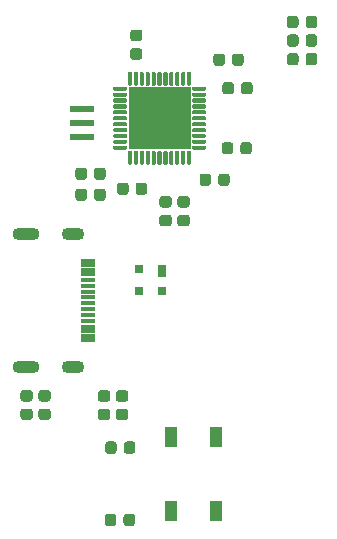
<source format=gbr>
%TF.GenerationSoftware,KiCad,Pcbnew,(5.1.6)-1*%
%TF.CreationDate,2020-05-31T03:06:52+03:00*%
%TF.ProjectId,Project,50726f6a-6563-4742-9e6b-696361645f70,rev?*%
%TF.SameCoordinates,Original*%
%TF.FileFunction,Soldermask,Bot*%
%TF.FilePolarity,Negative*%
%FSLAX46Y46*%
G04 Gerber Fmt 4.6, Leading zero omitted, Abs format (unit mm)*
G04 Created by KiCad (PCBNEW (5.1.6)-1) date 2020-05-31 03:06:52*
%MOMM*%
%LPD*%
G01*
G04 APERTURE LIST*
%ADD10R,5.300000X5.300000*%
%ADD11R,1.100000X1.800000*%
%ADD12R,0.800000X1.100000*%
%ADD13R,0.800000X0.700000*%
%ADD14R,1.250000X0.700000*%
%ADD15R,1.250000X0.400000*%
%ADD16O,1.900000X1.100000*%
%ADD17O,2.300000X1.100000*%
%ADD18R,2.100000X0.500000*%
G04 APERTURE END LIST*
%TO.C,C11*%
G36*
G01*
X72420200Y-107516350D02*
X72420200Y-108078850D01*
G75*
G02*
X72176450Y-108322600I-243750J0D01*
G01*
X71688950Y-108322600D01*
G75*
G02*
X71445200Y-108078850I0J243750D01*
G01*
X71445200Y-107516350D01*
G75*
G02*
X71688950Y-107272600I243750J0D01*
G01*
X72176450Y-107272600D01*
G75*
G02*
X72420200Y-107516350I0J-243750D01*
G01*
G37*
G36*
G01*
X73995200Y-107516350D02*
X73995200Y-108078850D01*
G75*
G02*
X73751450Y-108322600I-243750J0D01*
G01*
X73263950Y-108322600D01*
G75*
G02*
X73020200Y-108078850I0J243750D01*
G01*
X73020200Y-107516350D01*
G75*
G02*
X73263950Y-107272600I243750J0D01*
G01*
X73751450Y-107272600D01*
G75*
G02*
X73995200Y-107516350I0J-243750D01*
G01*
G37*
%TD*%
%TO.C,C10*%
G36*
G01*
X74020600Y-101394950D02*
X74020600Y-101957450D01*
G75*
G02*
X73776850Y-102201200I-243750J0D01*
G01*
X73289350Y-102201200D01*
G75*
G02*
X73045600Y-101957450I0J243750D01*
G01*
X73045600Y-101394950D01*
G75*
G02*
X73289350Y-101151200I243750J0D01*
G01*
X73776850Y-101151200D01*
G75*
G02*
X74020600Y-101394950I0J-243750D01*
G01*
G37*
G36*
G01*
X72445600Y-101394950D02*
X72445600Y-101957450D01*
G75*
G02*
X72201850Y-102201200I-243750J0D01*
G01*
X71714350Y-102201200D01*
G75*
G02*
X71470600Y-101957450I0J243750D01*
G01*
X71470600Y-101394950D01*
G75*
G02*
X71714350Y-101151200I243750J0D01*
G01*
X72201850Y-101151200D01*
G75*
G02*
X72445600Y-101394950I0J-243750D01*
G01*
G37*
%TD*%
D10*
%TO.C,U2*%
X76073000Y-73787000D03*
G36*
G01*
X79910500Y-76462000D02*
X78910500Y-76462000D01*
G75*
G02*
X78823000Y-76374500I0J87500D01*
G01*
X78823000Y-76199500D01*
G75*
G02*
X78910500Y-76112000I87500J0D01*
G01*
X79910500Y-76112000D01*
G75*
G02*
X79998000Y-76199500I0J-87500D01*
G01*
X79998000Y-76374500D01*
G75*
G02*
X79910500Y-76462000I-87500J0D01*
G01*
G37*
G36*
G01*
X79910500Y-75962000D02*
X78910500Y-75962000D01*
G75*
G02*
X78823000Y-75874500I0J87500D01*
G01*
X78823000Y-75699500D01*
G75*
G02*
X78910500Y-75612000I87500J0D01*
G01*
X79910500Y-75612000D01*
G75*
G02*
X79998000Y-75699500I0J-87500D01*
G01*
X79998000Y-75874500D01*
G75*
G02*
X79910500Y-75962000I-87500J0D01*
G01*
G37*
G36*
G01*
X79910500Y-75462000D02*
X78910500Y-75462000D01*
G75*
G02*
X78823000Y-75374500I0J87500D01*
G01*
X78823000Y-75199500D01*
G75*
G02*
X78910500Y-75112000I87500J0D01*
G01*
X79910500Y-75112000D01*
G75*
G02*
X79998000Y-75199500I0J-87500D01*
G01*
X79998000Y-75374500D01*
G75*
G02*
X79910500Y-75462000I-87500J0D01*
G01*
G37*
G36*
G01*
X79910500Y-74962000D02*
X78910500Y-74962000D01*
G75*
G02*
X78823000Y-74874500I0J87500D01*
G01*
X78823000Y-74699500D01*
G75*
G02*
X78910500Y-74612000I87500J0D01*
G01*
X79910500Y-74612000D01*
G75*
G02*
X79998000Y-74699500I0J-87500D01*
G01*
X79998000Y-74874500D01*
G75*
G02*
X79910500Y-74962000I-87500J0D01*
G01*
G37*
G36*
G01*
X79910500Y-74462000D02*
X78910500Y-74462000D01*
G75*
G02*
X78823000Y-74374500I0J87500D01*
G01*
X78823000Y-74199500D01*
G75*
G02*
X78910500Y-74112000I87500J0D01*
G01*
X79910500Y-74112000D01*
G75*
G02*
X79998000Y-74199500I0J-87500D01*
G01*
X79998000Y-74374500D01*
G75*
G02*
X79910500Y-74462000I-87500J0D01*
G01*
G37*
G36*
G01*
X79910500Y-73962000D02*
X78910500Y-73962000D01*
G75*
G02*
X78823000Y-73874500I0J87500D01*
G01*
X78823000Y-73699500D01*
G75*
G02*
X78910500Y-73612000I87500J0D01*
G01*
X79910500Y-73612000D01*
G75*
G02*
X79998000Y-73699500I0J-87500D01*
G01*
X79998000Y-73874500D01*
G75*
G02*
X79910500Y-73962000I-87500J0D01*
G01*
G37*
G36*
G01*
X79910500Y-73462000D02*
X78910500Y-73462000D01*
G75*
G02*
X78823000Y-73374500I0J87500D01*
G01*
X78823000Y-73199500D01*
G75*
G02*
X78910500Y-73112000I87500J0D01*
G01*
X79910500Y-73112000D01*
G75*
G02*
X79998000Y-73199500I0J-87500D01*
G01*
X79998000Y-73374500D01*
G75*
G02*
X79910500Y-73462000I-87500J0D01*
G01*
G37*
G36*
G01*
X79910500Y-72962000D02*
X78910500Y-72962000D01*
G75*
G02*
X78823000Y-72874500I0J87500D01*
G01*
X78823000Y-72699500D01*
G75*
G02*
X78910500Y-72612000I87500J0D01*
G01*
X79910500Y-72612000D01*
G75*
G02*
X79998000Y-72699500I0J-87500D01*
G01*
X79998000Y-72874500D01*
G75*
G02*
X79910500Y-72962000I-87500J0D01*
G01*
G37*
G36*
G01*
X79910500Y-72462000D02*
X78910500Y-72462000D01*
G75*
G02*
X78823000Y-72374500I0J87500D01*
G01*
X78823000Y-72199500D01*
G75*
G02*
X78910500Y-72112000I87500J0D01*
G01*
X79910500Y-72112000D01*
G75*
G02*
X79998000Y-72199500I0J-87500D01*
G01*
X79998000Y-72374500D01*
G75*
G02*
X79910500Y-72462000I-87500J0D01*
G01*
G37*
G36*
G01*
X79910500Y-71962000D02*
X78910500Y-71962000D01*
G75*
G02*
X78823000Y-71874500I0J87500D01*
G01*
X78823000Y-71699500D01*
G75*
G02*
X78910500Y-71612000I87500J0D01*
G01*
X79910500Y-71612000D01*
G75*
G02*
X79998000Y-71699500I0J-87500D01*
G01*
X79998000Y-71874500D01*
G75*
G02*
X79910500Y-71962000I-87500J0D01*
G01*
G37*
G36*
G01*
X79910500Y-71462000D02*
X78910500Y-71462000D01*
G75*
G02*
X78823000Y-71374500I0J87500D01*
G01*
X78823000Y-71199500D01*
G75*
G02*
X78910500Y-71112000I87500J0D01*
G01*
X79910500Y-71112000D01*
G75*
G02*
X79998000Y-71199500I0J-87500D01*
G01*
X79998000Y-71374500D01*
G75*
G02*
X79910500Y-71462000I-87500J0D01*
G01*
G37*
G36*
G01*
X78660500Y-71037000D02*
X78485500Y-71037000D01*
G75*
G02*
X78398000Y-70949500I0J87500D01*
G01*
X78398000Y-69949500D01*
G75*
G02*
X78485500Y-69862000I87500J0D01*
G01*
X78660500Y-69862000D01*
G75*
G02*
X78748000Y-69949500I0J-87500D01*
G01*
X78748000Y-70949500D01*
G75*
G02*
X78660500Y-71037000I-87500J0D01*
G01*
G37*
G36*
G01*
X78160500Y-71037000D02*
X77985500Y-71037000D01*
G75*
G02*
X77898000Y-70949500I0J87500D01*
G01*
X77898000Y-69949500D01*
G75*
G02*
X77985500Y-69862000I87500J0D01*
G01*
X78160500Y-69862000D01*
G75*
G02*
X78248000Y-69949500I0J-87500D01*
G01*
X78248000Y-70949500D01*
G75*
G02*
X78160500Y-71037000I-87500J0D01*
G01*
G37*
G36*
G01*
X77660500Y-71037000D02*
X77485500Y-71037000D01*
G75*
G02*
X77398000Y-70949500I0J87500D01*
G01*
X77398000Y-69949500D01*
G75*
G02*
X77485500Y-69862000I87500J0D01*
G01*
X77660500Y-69862000D01*
G75*
G02*
X77748000Y-69949500I0J-87500D01*
G01*
X77748000Y-70949500D01*
G75*
G02*
X77660500Y-71037000I-87500J0D01*
G01*
G37*
G36*
G01*
X77160500Y-71037000D02*
X76985500Y-71037000D01*
G75*
G02*
X76898000Y-70949500I0J87500D01*
G01*
X76898000Y-69949500D01*
G75*
G02*
X76985500Y-69862000I87500J0D01*
G01*
X77160500Y-69862000D01*
G75*
G02*
X77248000Y-69949500I0J-87500D01*
G01*
X77248000Y-70949500D01*
G75*
G02*
X77160500Y-71037000I-87500J0D01*
G01*
G37*
G36*
G01*
X76660500Y-71037000D02*
X76485500Y-71037000D01*
G75*
G02*
X76398000Y-70949500I0J87500D01*
G01*
X76398000Y-69949500D01*
G75*
G02*
X76485500Y-69862000I87500J0D01*
G01*
X76660500Y-69862000D01*
G75*
G02*
X76748000Y-69949500I0J-87500D01*
G01*
X76748000Y-70949500D01*
G75*
G02*
X76660500Y-71037000I-87500J0D01*
G01*
G37*
G36*
G01*
X76160500Y-71037000D02*
X75985500Y-71037000D01*
G75*
G02*
X75898000Y-70949500I0J87500D01*
G01*
X75898000Y-69949500D01*
G75*
G02*
X75985500Y-69862000I87500J0D01*
G01*
X76160500Y-69862000D01*
G75*
G02*
X76248000Y-69949500I0J-87500D01*
G01*
X76248000Y-70949500D01*
G75*
G02*
X76160500Y-71037000I-87500J0D01*
G01*
G37*
G36*
G01*
X75660500Y-71037000D02*
X75485500Y-71037000D01*
G75*
G02*
X75398000Y-70949500I0J87500D01*
G01*
X75398000Y-69949500D01*
G75*
G02*
X75485500Y-69862000I87500J0D01*
G01*
X75660500Y-69862000D01*
G75*
G02*
X75748000Y-69949500I0J-87500D01*
G01*
X75748000Y-70949500D01*
G75*
G02*
X75660500Y-71037000I-87500J0D01*
G01*
G37*
G36*
G01*
X75160500Y-71037000D02*
X74985500Y-71037000D01*
G75*
G02*
X74898000Y-70949500I0J87500D01*
G01*
X74898000Y-69949500D01*
G75*
G02*
X74985500Y-69862000I87500J0D01*
G01*
X75160500Y-69862000D01*
G75*
G02*
X75248000Y-69949500I0J-87500D01*
G01*
X75248000Y-70949500D01*
G75*
G02*
X75160500Y-71037000I-87500J0D01*
G01*
G37*
G36*
G01*
X74660500Y-71037000D02*
X74485500Y-71037000D01*
G75*
G02*
X74398000Y-70949500I0J87500D01*
G01*
X74398000Y-69949500D01*
G75*
G02*
X74485500Y-69862000I87500J0D01*
G01*
X74660500Y-69862000D01*
G75*
G02*
X74748000Y-69949500I0J-87500D01*
G01*
X74748000Y-70949500D01*
G75*
G02*
X74660500Y-71037000I-87500J0D01*
G01*
G37*
G36*
G01*
X74160500Y-71037000D02*
X73985500Y-71037000D01*
G75*
G02*
X73898000Y-70949500I0J87500D01*
G01*
X73898000Y-69949500D01*
G75*
G02*
X73985500Y-69862000I87500J0D01*
G01*
X74160500Y-69862000D01*
G75*
G02*
X74248000Y-69949500I0J-87500D01*
G01*
X74248000Y-70949500D01*
G75*
G02*
X74160500Y-71037000I-87500J0D01*
G01*
G37*
G36*
G01*
X73660500Y-71037000D02*
X73485500Y-71037000D01*
G75*
G02*
X73398000Y-70949500I0J87500D01*
G01*
X73398000Y-69949500D01*
G75*
G02*
X73485500Y-69862000I87500J0D01*
G01*
X73660500Y-69862000D01*
G75*
G02*
X73748000Y-69949500I0J-87500D01*
G01*
X73748000Y-70949500D01*
G75*
G02*
X73660500Y-71037000I-87500J0D01*
G01*
G37*
G36*
G01*
X73235500Y-71462000D02*
X72235500Y-71462000D01*
G75*
G02*
X72148000Y-71374500I0J87500D01*
G01*
X72148000Y-71199500D01*
G75*
G02*
X72235500Y-71112000I87500J0D01*
G01*
X73235500Y-71112000D01*
G75*
G02*
X73323000Y-71199500I0J-87500D01*
G01*
X73323000Y-71374500D01*
G75*
G02*
X73235500Y-71462000I-87500J0D01*
G01*
G37*
G36*
G01*
X73235500Y-71962000D02*
X72235500Y-71962000D01*
G75*
G02*
X72148000Y-71874500I0J87500D01*
G01*
X72148000Y-71699500D01*
G75*
G02*
X72235500Y-71612000I87500J0D01*
G01*
X73235500Y-71612000D01*
G75*
G02*
X73323000Y-71699500I0J-87500D01*
G01*
X73323000Y-71874500D01*
G75*
G02*
X73235500Y-71962000I-87500J0D01*
G01*
G37*
G36*
G01*
X73235500Y-72462000D02*
X72235500Y-72462000D01*
G75*
G02*
X72148000Y-72374500I0J87500D01*
G01*
X72148000Y-72199500D01*
G75*
G02*
X72235500Y-72112000I87500J0D01*
G01*
X73235500Y-72112000D01*
G75*
G02*
X73323000Y-72199500I0J-87500D01*
G01*
X73323000Y-72374500D01*
G75*
G02*
X73235500Y-72462000I-87500J0D01*
G01*
G37*
G36*
G01*
X73235500Y-72962000D02*
X72235500Y-72962000D01*
G75*
G02*
X72148000Y-72874500I0J87500D01*
G01*
X72148000Y-72699500D01*
G75*
G02*
X72235500Y-72612000I87500J0D01*
G01*
X73235500Y-72612000D01*
G75*
G02*
X73323000Y-72699500I0J-87500D01*
G01*
X73323000Y-72874500D01*
G75*
G02*
X73235500Y-72962000I-87500J0D01*
G01*
G37*
G36*
G01*
X73235500Y-73462000D02*
X72235500Y-73462000D01*
G75*
G02*
X72148000Y-73374500I0J87500D01*
G01*
X72148000Y-73199500D01*
G75*
G02*
X72235500Y-73112000I87500J0D01*
G01*
X73235500Y-73112000D01*
G75*
G02*
X73323000Y-73199500I0J-87500D01*
G01*
X73323000Y-73374500D01*
G75*
G02*
X73235500Y-73462000I-87500J0D01*
G01*
G37*
G36*
G01*
X73235500Y-73962000D02*
X72235500Y-73962000D01*
G75*
G02*
X72148000Y-73874500I0J87500D01*
G01*
X72148000Y-73699500D01*
G75*
G02*
X72235500Y-73612000I87500J0D01*
G01*
X73235500Y-73612000D01*
G75*
G02*
X73323000Y-73699500I0J-87500D01*
G01*
X73323000Y-73874500D01*
G75*
G02*
X73235500Y-73962000I-87500J0D01*
G01*
G37*
G36*
G01*
X73235500Y-74462000D02*
X72235500Y-74462000D01*
G75*
G02*
X72148000Y-74374500I0J87500D01*
G01*
X72148000Y-74199500D01*
G75*
G02*
X72235500Y-74112000I87500J0D01*
G01*
X73235500Y-74112000D01*
G75*
G02*
X73323000Y-74199500I0J-87500D01*
G01*
X73323000Y-74374500D01*
G75*
G02*
X73235500Y-74462000I-87500J0D01*
G01*
G37*
G36*
G01*
X73235500Y-74962000D02*
X72235500Y-74962000D01*
G75*
G02*
X72148000Y-74874500I0J87500D01*
G01*
X72148000Y-74699500D01*
G75*
G02*
X72235500Y-74612000I87500J0D01*
G01*
X73235500Y-74612000D01*
G75*
G02*
X73323000Y-74699500I0J-87500D01*
G01*
X73323000Y-74874500D01*
G75*
G02*
X73235500Y-74962000I-87500J0D01*
G01*
G37*
G36*
G01*
X73235500Y-75462000D02*
X72235500Y-75462000D01*
G75*
G02*
X72148000Y-75374500I0J87500D01*
G01*
X72148000Y-75199500D01*
G75*
G02*
X72235500Y-75112000I87500J0D01*
G01*
X73235500Y-75112000D01*
G75*
G02*
X73323000Y-75199500I0J-87500D01*
G01*
X73323000Y-75374500D01*
G75*
G02*
X73235500Y-75462000I-87500J0D01*
G01*
G37*
G36*
G01*
X73235500Y-75962000D02*
X72235500Y-75962000D01*
G75*
G02*
X72148000Y-75874500I0J87500D01*
G01*
X72148000Y-75699500D01*
G75*
G02*
X72235500Y-75612000I87500J0D01*
G01*
X73235500Y-75612000D01*
G75*
G02*
X73323000Y-75699500I0J-87500D01*
G01*
X73323000Y-75874500D01*
G75*
G02*
X73235500Y-75962000I-87500J0D01*
G01*
G37*
G36*
G01*
X73235500Y-76462000D02*
X72235500Y-76462000D01*
G75*
G02*
X72148000Y-76374500I0J87500D01*
G01*
X72148000Y-76199500D01*
G75*
G02*
X72235500Y-76112000I87500J0D01*
G01*
X73235500Y-76112000D01*
G75*
G02*
X73323000Y-76199500I0J-87500D01*
G01*
X73323000Y-76374500D01*
G75*
G02*
X73235500Y-76462000I-87500J0D01*
G01*
G37*
G36*
G01*
X73660500Y-77712000D02*
X73485500Y-77712000D01*
G75*
G02*
X73398000Y-77624500I0J87500D01*
G01*
X73398000Y-76624500D01*
G75*
G02*
X73485500Y-76537000I87500J0D01*
G01*
X73660500Y-76537000D01*
G75*
G02*
X73748000Y-76624500I0J-87500D01*
G01*
X73748000Y-77624500D01*
G75*
G02*
X73660500Y-77712000I-87500J0D01*
G01*
G37*
G36*
G01*
X74160500Y-77712000D02*
X73985500Y-77712000D01*
G75*
G02*
X73898000Y-77624500I0J87500D01*
G01*
X73898000Y-76624500D01*
G75*
G02*
X73985500Y-76537000I87500J0D01*
G01*
X74160500Y-76537000D01*
G75*
G02*
X74248000Y-76624500I0J-87500D01*
G01*
X74248000Y-77624500D01*
G75*
G02*
X74160500Y-77712000I-87500J0D01*
G01*
G37*
G36*
G01*
X74660500Y-77712000D02*
X74485500Y-77712000D01*
G75*
G02*
X74398000Y-77624500I0J87500D01*
G01*
X74398000Y-76624500D01*
G75*
G02*
X74485500Y-76537000I87500J0D01*
G01*
X74660500Y-76537000D01*
G75*
G02*
X74748000Y-76624500I0J-87500D01*
G01*
X74748000Y-77624500D01*
G75*
G02*
X74660500Y-77712000I-87500J0D01*
G01*
G37*
G36*
G01*
X75160500Y-77712000D02*
X74985500Y-77712000D01*
G75*
G02*
X74898000Y-77624500I0J87500D01*
G01*
X74898000Y-76624500D01*
G75*
G02*
X74985500Y-76537000I87500J0D01*
G01*
X75160500Y-76537000D01*
G75*
G02*
X75248000Y-76624500I0J-87500D01*
G01*
X75248000Y-77624500D01*
G75*
G02*
X75160500Y-77712000I-87500J0D01*
G01*
G37*
G36*
G01*
X75660500Y-77712000D02*
X75485500Y-77712000D01*
G75*
G02*
X75398000Y-77624500I0J87500D01*
G01*
X75398000Y-76624500D01*
G75*
G02*
X75485500Y-76537000I87500J0D01*
G01*
X75660500Y-76537000D01*
G75*
G02*
X75748000Y-76624500I0J-87500D01*
G01*
X75748000Y-77624500D01*
G75*
G02*
X75660500Y-77712000I-87500J0D01*
G01*
G37*
G36*
G01*
X76160500Y-77712000D02*
X75985500Y-77712000D01*
G75*
G02*
X75898000Y-77624500I0J87500D01*
G01*
X75898000Y-76624500D01*
G75*
G02*
X75985500Y-76537000I87500J0D01*
G01*
X76160500Y-76537000D01*
G75*
G02*
X76248000Y-76624500I0J-87500D01*
G01*
X76248000Y-77624500D01*
G75*
G02*
X76160500Y-77712000I-87500J0D01*
G01*
G37*
G36*
G01*
X76660500Y-77712000D02*
X76485500Y-77712000D01*
G75*
G02*
X76398000Y-77624500I0J87500D01*
G01*
X76398000Y-76624500D01*
G75*
G02*
X76485500Y-76537000I87500J0D01*
G01*
X76660500Y-76537000D01*
G75*
G02*
X76748000Y-76624500I0J-87500D01*
G01*
X76748000Y-77624500D01*
G75*
G02*
X76660500Y-77712000I-87500J0D01*
G01*
G37*
G36*
G01*
X77160500Y-77712000D02*
X76985500Y-77712000D01*
G75*
G02*
X76898000Y-77624500I0J87500D01*
G01*
X76898000Y-76624500D01*
G75*
G02*
X76985500Y-76537000I87500J0D01*
G01*
X77160500Y-76537000D01*
G75*
G02*
X77248000Y-76624500I0J-87500D01*
G01*
X77248000Y-77624500D01*
G75*
G02*
X77160500Y-77712000I-87500J0D01*
G01*
G37*
G36*
G01*
X77660500Y-77712000D02*
X77485500Y-77712000D01*
G75*
G02*
X77398000Y-77624500I0J87500D01*
G01*
X77398000Y-76624500D01*
G75*
G02*
X77485500Y-76537000I87500J0D01*
G01*
X77660500Y-76537000D01*
G75*
G02*
X77748000Y-76624500I0J-87500D01*
G01*
X77748000Y-77624500D01*
G75*
G02*
X77660500Y-77712000I-87500J0D01*
G01*
G37*
G36*
G01*
X78160500Y-77712000D02*
X77985500Y-77712000D01*
G75*
G02*
X77898000Y-77624500I0J87500D01*
G01*
X77898000Y-76624500D01*
G75*
G02*
X77985500Y-76537000I87500J0D01*
G01*
X78160500Y-76537000D01*
G75*
G02*
X78248000Y-76624500I0J-87500D01*
G01*
X78248000Y-77624500D01*
G75*
G02*
X78160500Y-77712000I-87500J0D01*
G01*
G37*
G36*
G01*
X78660500Y-77712000D02*
X78485500Y-77712000D01*
G75*
G02*
X78398000Y-77624500I0J87500D01*
G01*
X78398000Y-76624500D01*
G75*
G02*
X78485500Y-76537000I87500J0D01*
G01*
X78660500Y-76537000D01*
G75*
G02*
X78748000Y-76624500I0J-87500D01*
G01*
X78748000Y-77624500D01*
G75*
G02*
X78660500Y-77712000I-87500J0D01*
G01*
G37*
%TD*%
D11*
%TO.C,Reset*%
X80830500Y-107036000D03*
X80830500Y-100736000D03*
X77030500Y-107036000D03*
X77030500Y-100736000D03*
%TD*%
D12*
%TO.C,U1*%
X76311000Y-86753000D03*
D13*
X74311000Y-86553000D03*
X76311000Y-88453000D03*
X74311000Y-88453000D03*
%TD*%
D14*
%TO.C,USB1*%
X70044600Y-86011400D03*
X70044600Y-92411400D03*
X70044600Y-86811400D03*
X70044600Y-91611400D03*
D15*
X70044600Y-90961400D03*
X70044600Y-87461400D03*
X70044600Y-90461400D03*
X70044600Y-87961400D03*
X70044600Y-89961400D03*
X70044600Y-88461400D03*
X70044600Y-88961400D03*
X70044600Y-89461400D03*
D16*
X68744600Y-94831400D03*
X68744600Y-83591400D03*
D17*
X64744600Y-94831400D03*
X64744600Y-83591400D03*
%TD*%
D18*
%TO.C,X1*%
X69469000Y-74168000D03*
X69469000Y-72968000D03*
X69469000Y-75368000D03*
%TD*%
%TO.C,C1*%
G36*
G01*
X79459000Y-79275250D02*
X79459000Y-78712750D01*
G75*
G02*
X79702750Y-78469000I243750J0D01*
G01*
X80190250Y-78469000D01*
G75*
G02*
X80434000Y-78712750I0J-243750D01*
G01*
X80434000Y-79275250D01*
G75*
G02*
X80190250Y-79519000I-243750J0D01*
G01*
X79702750Y-79519000D01*
G75*
G02*
X79459000Y-79275250I0J243750D01*
G01*
G37*
G36*
G01*
X81034000Y-79275250D02*
X81034000Y-78712750D01*
G75*
G02*
X81277750Y-78469000I243750J0D01*
G01*
X81765250Y-78469000D01*
G75*
G02*
X82009000Y-78712750I0J-243750D01*
G01*
X82009000Y-79275250D01*
G75*
G02*
X81765250Y-79519000I-243750J0D01*
G01*
X81277750Y-79519000D01*
G75*
G02*
X81034000Y-79275250I0J243750D01*
G01*
G37*
%TD*%
%TO.C,C2*%
G36*
G01*
X81338500Y-76608250D02*
X81338500Y-76045750D01*
G75*
G02*
X81582250Y-75802000I243750J0D01*
G01*
X82069750Y-75802000D01*
G75*
G02*
X82313500Y-76045750I0J-243750D01*
G01*
X82313500Y-76608250D01*
G75*
G02*
X82069750Y-76852000I-243750J0D01*
G01*
X81582250Y-76852000D01*
G75*
G02*
X81338500Y-76608250I0J243750D01*
G01*
G37*
G36*
G01*
X82913500Y-76608250D02*
X82913500Y-76045750D01*
G75*
G02*
X83157250Y-75802000I243750J0D01*
G01*
X83644750Y-75802000D01*
G75*
G02*
X83888500Y-76045750I0J-243750D01*
G01*
X83888500Y-76608250D01*
G75*
G02*
X83644750Y-76852000I-243750J0D01*
G01*
X83157250Y-76852000D01*
G75*
G02*
X82913500Y-76608250I0J243750D01*
G01*
G37*
%TD*%
%TO.C,C3*%
G36*
G01*
X82977000Y-71528250D02*
X82977000Y-70965750D01*
G75*
G02*
X83220750Y-70722000I243750J0D01*
G01*
X83708250Y-70722000D01*
G75*
G02*
X83952000Y-70965750I0J-243750D01*
G01*
X83952000Y-71528250D01*
G75*
G02*
X83708250Y-71772000I-243750J0D01*
G01*
X83220750Y-71772000D01*
G75*
G02*
X82977000Y-71528250I0J243750D01*
G01*
G37*
G36*
G01*
X81402000Y-71528250D02*
X81402000Y-70965750D01*
G75*
G02*
X81645750Y-70722000I243750J0D01*
G01*
X82133250Y-70722000D01*
G75*
G02*
X82377000Y-70965750I0J-243750D01*
G01*
X82377000Y-71528250D01*
G75*
G02*
X82133250Y-71772000I-243750J0D01*
G01*
X81645750Y-71772000D01*
G75*
G02*
X81402000Y-71528250I0J243750D01*
G01*
G37*
%TD*%
%TO.C,C4*%
G36*
G01*
X74385750Y-68839000D02*
X73823250Y-68839000D01*
G75*
G02*
X73579500Y-68595250I0J243750D01*
G01*
X73579500Y-68107750D01*
G75*
G02*
X73823250Y-67864000I243750J0D01*
G01*
X74385750Y-67864000D01*
G75*
G02*
X74629500Y-68107750I0J-243750D01*
G01*
X74629500Y-68595250D01*
G75*
G02*
X74385750Y-68839000I-243750J0D01*
G01*
G37*
G36*
G01*
X74385750Y-67264000D02*
X73823250Y-67264000D01*
G75*
G02*
X73579500Y-67020250I0J243750D01*
G01*
X73579500Y-66532750D01*
G75*
G02*
X73823250Y-66289000I243750J0D01*
G01*
X74385750Y-66289000D01*
G75*
G02*
X74629500Y-66532750I0J-243750D01*
G01*
X74629500Y-67020250D01*
G75*
G02*
X74385750Y-67264000I-243750J0D01*
G01*
G37*
%TD*%
%TO.C,C5*%
G36*
G01*
X69931000Y-78204750D02*
X69931000Y-78767250D01*
G75*
G02*
X69687250Y-79011000I-243750J0D01*
G01*
X69199750Y-79011000D01*
G75*
G02*
X68956000Y-78767250I0J243750D01*
G01*
X68956000Y-78204750D01*
G75*
G02*
X69199750Y-77961000I243750J0D01*
G01*
X69687250Y-77961000D01*
G75*
G02*
X69931000Y-78204750I0J-243750D01*
G01*
G37*
G36*
G01*
X71506000Y-78204750D02*
X71506000Y-78767250D01*
G75*
G02*
X71262250Y-79011000I-243750J0D01*
G01*
X70774750Y-79011000D01*
G75*
G02*
X70531000Y-78767250I0J243750D01*
G01*
X70531000Y-78204750D01*
G75*
G02*
X70774750Y-77961000I243750J0D01*
G01*
X71262250Y-77961000D01*
G75*
G02*
X71506000Y-78204750I0J-243750D01*
G01*
G37*
%TD*%
%TO.C,C6*%
G36*
G01*
X73449000Y-79474750D02*
X73449000Y-80037250D01*
G75*
G02*
X73205250Y-80281000I-243750J0D01*
G01*
X72717750Y-80281000D01*
G75*
G02*
X72474000Y-80037250I0J243750D01*
G01*
X72474000Y-79474750D01*
G75*
G02*
X72717750Y-79231000I243750J0D01*
G01*
X73205250Y-79231000D01*
G75*
G02*
X73449000Y-79474750I0J-243750D01*
G01*
G37*
G36*
G01*
X75024000Y-79474750D02*
X75024000Y-80037250D01*
G75*
G02*
X74780250Y-80281000I-243750J0D01*
G01*
X74292750Y-80281000D01*
G75*
G02*
X74049000Y-80037250I0J243750D01*
G01*
X74049000Y-79474750D01*
G75*
G02*
X74292750Y-79231000I243750J0D01*
G01*
X74780250Y-79231000D01*
G75*
G02*
X75024000Y-79474750I0J-243750D01*
G01*
G37*
%TD*%
%TO.C,C12*%
G36*
G01*
X86863000Y-69064450D02*
X86863000Y-68501950D01*
G75*
G02*
X87106750Y-68258200I243750J0D01*
G01*
X87594250Y-68258200D01*
G75*
G02*
X87838000Y-68501950I0J-243750D01*
G01*
X87838000Y-69064450D01*
G75*
G02*
X87594250Y-69308200I-243750J0D01*
G01*
X87106750Y-69308200D01*
G75*
G02*
X86863000Y-69064450I0J243750D01*
G01*
G37*
G36*
G01*
X88438000Y-69064450D02*
X88438000Y-68501950D01*
G75*
G02*
X88681750Y-68258200I243750J0D01*
G01*
X89169250Y-68258200D01*
G75*
G02*
X89413000Y-68501950I0J-243750D01*
G01*
X89413000Y-69064450D01*
G75*
G02*
X89169250Y-69308200I-243750J0D01*
G01*
X88681750Y-69308200D01*
G75*
G02*
X88438000Y-69064450I0J243750D01*
G01*
G37*
%TD*%
%TO.C,R1*%
G36*
G01*
X71506000Y-79982750D02*
X71506000Y-80545250D01*
G75*
G02*
X71262250Y-80789000I-243750J0D01*
G01*
X70774750Y-80789000D01*
G75*
G02*
X70531000Y-80545250I0J243750D01*
G01*
X70531000Y-79982750D01*
G75*
G02*
X70774750Y-79739000I243750J0D01*
G01*
X71262250Y-79739000D01*
G75*
G02*
X71506000Y-79982750I0J-243750D01*
G01*
G37*
G36*
G01*
X69931000Y-79982750D02*
X69931000Y-80545250D01*
G75*
G02*
X69687250Y-80789000I-243750J0D01*
G01*
X69199750Y-80789000D01*
G75*
G02*
X68956000Y-80545250I0J243750D01*
G01*
X68956000Y-79982750D01*
G75*
G02*
X69199750Y-79739000I243750J0D01*
G01*
X69687250Y-79739000D01*
G75*
G02*
X69931000Y-79982750I0J-243750D01*
G01*
G37*
%TD*%
%TO.C,R2*%
G36*
G01*
X83190000Y-68552750D02*
X83190000Y-69115250D01*
G75*
G02*
X82946250Y-69359000I-243750J0D01*
G01*
X82458750Y-69359000D01*
G75*
G02*
X82215000Y-69115250I0J243750D01*
G01*
X82215000Y-68552750D01*
G75*
G02*
X82458750Y-68309000I243750J0D01*
G01*
X82946250Y-68309000D01*
G75*
G02*
X83190000Y-68552750I0J-243750D01*
G01*
G37*
G36*
G01*
X81615000Y-68552750D02*
X81615000Y-69115250D01*
G75*
G02*
X81371250Y-69359000I-243750J0D01*
G01*
X80883750Y-69359000D01*
G75*
G02*
X80640000Y-69115250I0J243750D01*
G01*
X80640000Y-68552750D01*
G75*
G02*
X80883750Y-68309000I243750J0D01*
G01*
X81371250Y-68309000D01*
G75*
G02*
X81615000Y-68552750I0J-243750D01*
G01*
G37*
%TD*%
%TO.C,R3*%
G36*
G01*
X89413000Y-66927150D02*
X89413000Y-67489650D01*
G75*
G02*
X89169250Y-67733400I-243750J0D01*
G01*
X88681750Y-67733400D01*
G75*
G02*
X88438000Y-67489650I0J243750D01*
G01*
X88438000Y-66927150D01*
G75*
G02*
X88681750Y-66683400I243750J0D01*
G01*
X89169250Y-66683400D01*
G75*
G02*
X89413000Y-66927150I0J-243750D01*
G01*
G37*
G36*
G01*
X87838000Y-66927150D02*
X87838000Y-67489650D01*
G75*
G02*
X87594250Y-67733400I-243750J0D01*
G01*
X87106750Y-67733400D01*
G75*
G02*
X86863000Y-67489650I0J243750D01*
G01*
X86863000Y-66927150D01*
G75*
G02*
X87106750Y-66683400I243750J0D01*
G01*
X87594250Y-66683400D01*
G75*
G02*
X87838000Y-66927150I0J-243750D01*
G01*
G37*
%TD*%
%TO.C,R4*%
G36*
G01*
X87838000Y-65352350D02*
X87838000Y-65914850D01*
G75*
G02*
X87594250Y-66158600I-243750J0D01*
G01*
X87106750Y-66158600D01*
G75*
G02*
X86863000Y-65914850I0J243750D01*
G01*
X86863000Y-65352350D01*
G75*
G02*
X87106750Y-65108600I243750J0D01*
G01*
X87594250Y-65108600D01*
G75*
G02*
X87838000Y-65352350I0J-243750D01*
G01*
G37*
G36*
G01*
X89413000Y-65352350D02*
X89413000Y-65914850D01*
G75*
G02*
X89169250Y-66158600I-243750J0D01*
G01*
X88681750Y-66158600D01*
G75*
G02*
X88438000Y-65914850I0J243750D01*
G01*
X88438000Y-65352350D01*
G75*
G02*
X88681750Y-65108600I243750J0D01*
G01*
X89169250Y-65108600D01*
G75*
G02*
X89413000Y-65352350I0J-243750D01*
G01*
G37*
%TD*%
%TO.C,UR1*%
G36*
G01*
X78386250Y-81361000D02*
X77823750Y-81361000D01*
G75*
G02*
X77580000Y-81117250I0J243750D01*
G01*
X77580000Y-80629750D01*
G75*
G02*
X77823750Y-80386000I243750J0D01*
G01*
X78386250Y-80386000D01*
G75*
G02*
X78630000Y-80629750I0J-243750D01*
G01*
X78630000Y-81117250D01*
G75*
G02*
X78386250Y-81361000I-243750J0D01*
G01*
G37*
G36*
G01*
X78386250Y-82936000D02*
X77823750Y-82936000D01*
G75*
G02*
X77580000Y-82692250I0J243750D01*
G01*
X77580000Y-82204750D01*
G75*
G02*
X77823750Y-81961000I243750J0D01*
G01*
X78386250Y-81961000D01*
G75*
G02*
X78630000Y-82204750I0J-243750D01*
G01*
X78630000Y-82692250D01*
G75*
G02*
X78386250Y-82936000I-243750J0D01*
G01*
G37*
%TD*%
%TO.C,UR2*%
G36*
G01*
X76862250Y-81361000D02*
X76299750Y-81361000D01*
G75*
G02*
X76056000Y-81117250I0J243750D01*
G01*
X76056000Y-80629750D01*
G75*
G02*
X76299750Y-80386000I243750J0D01*
G01*
X76862250Y-80386000D01*
G75*
G02*
X77106000Y-80629750I0J-243750D01*
G01*
X77106000Y-81117250D01*
G75*
G02*
X76862250Y-81361000I-243750J0D01*
G01*
G37*
G36*
G01*
X76862250Y-82936000D02*
X76299750Y-82936000D01*
G75*
G02*
X76056000Y-82692250I0J243750D01*
G01*
X76056000Y-82204750D01*
G75*
G02*
X76299750Y-81961000I243750J0D01*
G01*
X76862250Y-81961000D01*
G75*
G02*
X77106000Y-82204750I0J-243750D01*
G01*
X77106000Y-82692250D01*
G75*
G02*
X76862250Y-82936000I-243750J0D01*
G01*
G37*
%TD*%
%TO.C,UR3*%
G36*
G01*
X72616750Y-98394800D02*
X73179250Y-98394800D01*
G75*
G02*
X73423000Y-98638550I0J-243750D01*
G01*
X73423000Y-99126050D01*
G75*
G02*
X73179250Y-99369800I-243750J0D01*
G01*
X72616750Y-99369800D01*
G75*
G02*
X72373000Y-99126050I0J243750D01*
G01*
X72373000Y-98638550D01*
G75*
G02*
X72616750Y-98394800I243750J0D01*
G01*
G37*
G36*
G01*
X72616750Y-96819800D02*
X73179250Y-96819800D01*
G75*
G02*
X73423000Y-97063550I0J-243750D01*
G01*
X73423000Y-97551050D01*
G75*
G02*
X73179250Y-97794800I-243750J0D01*
G01*
X72616750Y-97794800D01*
G75*
G02*
X72373000Y-97551050I0J243750D01*
G01*
X72373000Y-97063550D01*
G75*
G02*
X72616750Y-96819800I243750J0D01*
G01*
G37*
%TD*%
%TO.C,UR4*%
G36*
G01*
X71092750Y-96819800D02*
X71655250Y-96819800D01*
G75*
G02*
X71899000Y-97063550I0J-243750D01*
G01*
X71899000Y-97551050D01*
G75*
G02*
X71655250Y-97794800I-243750J0D01*
G01*
X71092750Y-97794800D01*
G75*
G02*
X70849000Y-97551050I0J243750D01*
G01*
X70849000Y-97063550D01*
G75*
G02*
X71092750Y-96819800I243750J0D01*
G01*
G37*
G36*
G01*
X71092750Y-98394800D02*
X71655250Y-98394800D01*
G75*
G02*
X71899000Y-98638550I0J-243750D01*
G01*
X71899000Y-99126050D01*
G75*
G02*
X71655250Y-99369800I-243750J0D01*
G01*
X71092750Y-99369800D01*
G75*
G02*
X70849000Y-99126050I0J243750D01*
G01*
X70849000Y-98638550D01*
G75*
G02*
X71092750Y-98394800I243750J0D01*
G01*
G37*
%TD*%
%TO.C,UR5*%
G36*
G01*
X66063550Y-96794500D02*
X66626050Y-96794500D01*
G75*
G02*
X66869800Y-97038250I0J-243750D01*
G01*
X66869800Y-97525750D01*
G75*
G02*
X66626050Y-97769500I-243750J0D01*
G01*
X66063550Y-97769500D01*
G75*
G02*
X65819800Y-97525750I0J243750D01*
G01*
X65819800Y-97038250D01*
G75*
G02*
X66063550Y-96794500I243750J0D01*
G01*
G37*
G36*
G01*
X66063550Y-98369500D02*
X66626050Y-98369500D01*
G75*
G02*
X66869800Y-98613250I0J-243750D01*
G01*
X66869800Y-99100750D01*
G75*
G02*
X66626050Y-99344500I-243750J0D01*
G01*
X66063550Y-99344500D01*
G75*
G02*
X65819800Y-99100750I0J243750D01*
G01*
X65819800Y-98613250D01*
G75*
G02*
X66063550Y-98369500I243750J0D01*
G01*
G37*
%TD*%
%TO.C,UCAP1*%
G36*
G01*
X65102050Y-99344300D02*
X64539550Y-99344300D01*
G75*
G02*
X64295800Y-99100550I0J243750D01*
G01*
X64295800Y-98613050D01*
G75*
G02*
X64539550Y-98369300I243750J0D01*
G01*
X65102050Y-98369300D01*
G75*
G02*
X65345800Y-98613050I0J-243750D01*
G01*
X65345800Y-99100550D01*
G75*
G02*
X65102050Y-99344300I-243750J0D01*
G01*
G37*
G36*
G01*
X65102050Y-97769300D02*
X64539550Y-97769300D01*
G75*
G02*
X64295800Y-97525550I0J243750D01*
G01*
X64295800Y-97038050D01*
G75*
G02*
X64539550Y-96794300I243750J0D01*
G01*
X65102050Y-96794300D01*
G75*
G02*
X65345800Y-97038050I0J-243750D01*
G01*
X65345800Y-97525550D01*
G75*
G02*
X65102050Y-97769300I-243750J0D01*
G01*
G37*
%TD*%
M02*

</source>
